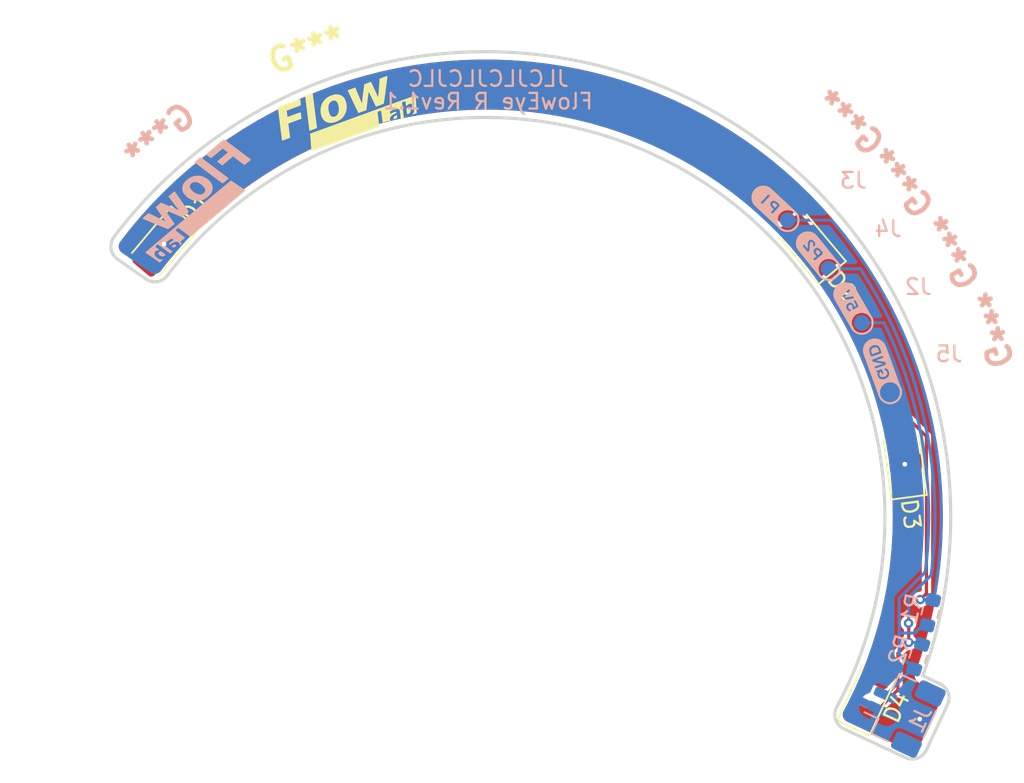
<source format=kicad_pcb>
(kicad_pcb (version 20221018) (generator pcbnew)
  (layers (0 "F.Cu" signal) (31 "B.Cu" signal) (34 "B.Paste" user) (35 "F.Paste" user) (36 "B.SilkS" user "B.Silkscreen") (37 "F.SilkS" user "F.Silkscreen") (38 "B.Mask" user) (39 "F.Mask" user) (44 "Edge.Cuts" user))
  (net 0 "")
  (net 1 "Net-(D1-K)")
  (net 2 "Net-(D1-A)")
  (net 3 "GND")
  (net 4 "Net-(D3-K)")
  (net 5 "Net-(D3-A)")
  (net 6 "+5V")
  (footprint "LED_SMD:LED_1206_3216Metric" (layer "F.Cu") (at 156.67 85.66 130)
    (fp_text reference "D2" (at -3.350463 -0.083071 130) (layer "F.SilkS"))
    (fp_text value "LED")
    (pad "1" smd roundrect (at -1.4 0 130) (size 1.25 1.75) (layers "F.Cu" "F.Paste" "F.Mask") (roundrect_rratio 0.2) (net 2 "Net-(D1-A)"))
    (pad "2" smd roundrect (at 1.4 0 130) (size 1.25 1.75) (layers "F.Cu" "F.Paste" "F.Mask") (roundrect_rratio 0.2) (net 1 "Net-(D1-K)"))
  )
  (footprint "LED_SMD:LED_1206_3216Metric" (layer "F.Cu") (at 162.75 99.48 97.5)
    (fp_text reference "D3" (at -3.373551 -0.040685 97.5) (layer "F.SilkS"))
    (fp_text value "LED")
    (pad "1" smd roundrect (at -1.4 0 97.5) (size 1.25 1.75) (layers "F.Cu" "F.Paste" "F.Mask") (roundrect_rratio 0.2) (net 4 "Net-(D3-K)"))
    (pad "2" smd roundrect (at 1.4 0 97.5) (size 1.25 1.75) (layers "F.Cu" "F.Paste" "F.Mask") (roundrect_rratio 0.2) (net 3 "GND"))
  )
  (footprint "LED_SMD:LED_1206_3216Metric" (layer "F.Cu") (at 160.45 114.41 65)
    (fp_text reference "D4" (at 0.067693 1.943481 245) (layer "F.SilkS"))
    (fp_text value "LED")
    (pad "1" smd roundrect (at -1.4 0 65) (size 1.25 1.75) (layers "F.Cu" "F.Paste" "F.Mask") (roundrect_rratio 0.2) (net 5 "Net-(D3-A)"))
    (pad "2" smd roundrect (at 1.4 0 65) (size 1.25 1.75) (layers "F.Cu" "F.Paste" "F.Mask") (roundrect_rratio 0.2) (net 4 "Net-(D3-K)"))
  )
  (footprint "lib:flow_lab_logo" (layer "F.Cu") (at 127.109356 77.096815 20)
    (fp_text reference "G***" (at -1.040608 -4.536296 20) (layer "F.SilkS") (effects (font (size 1.524 1.524) (thickness 0.3))))
    (fp_text value "LOGO" hide)
  )
  (footprint "LED_SMD:LED_1206_3216Metric" (layer "F.Cu") (at 115.324852 85.655764 -130)
    (fp_text reference "D1" (at -3.24108 -0.119865 50) (layer "F.SilkS"))
    (fp_text value "LED")
    (pad "1" smd roundrect (at -1.4 0 230) (size 1.25 1.75) (layers "F.Cu" "F.Paste" "F.Mask") (roundrect_rratio 0.2) (net 1 "Net-(D1-K)"))
    (pad "2" smd roundrect (at 1.4 0 230) (size 1.25 1.75) (layers "F.Cu" "F.Paste" "F.Mask") (roundrect_rratio 0.2) (net 3 "GND"))
  )
  (footprint "Silk:P2" (layer "B.Cu") (at 157.24 86.35 129)
    (fp_text reference "G***" (at 0.29 7 129) (layer "B.SilkS") (effects (font (size 1.5 1.5) (thickness 0.3)) (justify mirror)))
    (fp_text value "LOGO" hide)
  )
  (footprint "Resistor_SMD:R_0603_1608Metric" (layer "B.Cu") (at 164.39 109.12 77)
    (fp_text reference "R1" (at -0.014008 -1.20872 77) (layer "B.SilkS") (effects (justify mirror)))
    (fp_text value "680R")
    (pad "1" smd roundrect (at -0.825 0 77) (size 0.8 0.95) (layers "B.Cu" "B.Paste" "B.Mask") (net 6 "+5V"))
    (pad "2" smd roundrect (at 0.825 0 77) (size 0.8 0.95) (layers "B.Cu" "B.Paste" "B.Mask") (net 2 "Net-(D1-A)"))
  )
  (footprint "Silk:P1" (layer "B.Cu") (at 154.51 83.33 137)
    (fp_text reference "G***" (at 0.3 7.21 137) (layer "B.SilkS") (effects (font (size 1.5 1.5) (thickness 0.3)) (justify mirror)))
    (fp_text value "LOGO" hide)
  )
  (footprint "TestPoint:TestPoint_Pad_D1.0mm" (layer "B.Cu") (at 155.29 84.06 180)
    (fp_text reference "J3" (at -4.2 2.54) (layer "B.SilkS") (effects (justify mirror)))
    (fp_text value "Pad2")
    (pad "1" smd circle (at 0 0 180) (size 1 1) (layers "B.Cu" "B.Mask") (net 2 "Net-(D1-A)"))
  )
  (footprint "Silk:5V" (layer "B.Cu") (at 159.49 89.7 120)
    (fp_text reference "G***" (at -0.03 7.08 120) (layer "B.SilkS") (effects (font (size 1.5 1.5) (thickness 0.3)) (justify mirror)))
    (fp_text value "LOGO" hide)
  )
  (footprint "Resistor_SMD:R_0603_1608Metric" (layer "B.Cu") (at 163.62 111.93 72)
    (fp_text reference "R2" (at 0.05385 -1.233734 72) (layer "B.SilkS") (effects (justify mirror)))
    (fp_text value "680R")
    (pad "1" smd roundrect (at -0.825 0 72) (size 0.8 0.95) (layers "B.Cu" "B.Paste" "B.Mask") (net 6 "+5V"))
    (pad "2" smd roundrect (at 0.825 0 72) (size 0.8 0.95) (layers "B.Cu" "B.Paste" "B.Mask") (net 5 "Net-(D3-A)"))
  )
  (footprint "TestPoint:TestPoint_Pad_D1.0mm" (layer "B.Cu") (at 157.9 87.16 180)
    (fp_text reference "J4" (at -3.8 2.55) (layer "B.SilkS") (effects (justify mirror)))
    (fp_text value "Pad3")
    (pad "1" smd circle (at 0 0 180) (size 1 1) (layers "B.Cu" "B.Mask") (net 5 "Net-(D3-A)"))
  )
  (footprint "TestPoint:TestPoint_Pad_D1.0mm" (layer "B.Cu") (at 160.02 90.61 180)
    (fp_text reference "J2" (at -3.61 2.3) (layer "B.SilkS") (effects (justify mirror)))
    (fp_text value "Pad1")
    (pad "1" smd circle (at 0 0 180) (size 1 1) (layers "B.Cu" "B.Mask") (net 6 "+5V"))
  )
  (footprint "lib:flow_lab_logo" (layer "B.Cu") (at 117.344377 82.798831 -140)
    (fp_text reference "G***" (at -1.040608 4.536296 40) (layer "B.SilkS") (effects (font (size 1.524 1.524) (thickness 0.3)) (justify mirror)))
    (fp_text value "LOGO" hide)
  )
  (footprint "Silk:GND" (layer "B.Cu") (at 161.34 93.71 110)
    (fp_text reference "G***" (at 0.11 7.25 110) (layer "B.SilkS") (effects (font (size 1.5 1.5) (thickness 0.3)) (justify mirror)))
    (fp_text value "LOGO" hide)
  )
  (footprint "Connector_JST:JST_SH_BM02B-SRSS-TB_1x02-1MP_P1.00mm_Vertical" (layer "B.Cu") (at 162.543144 115.401504 65)
    (fp_text reference "J1" (at 0.03167 1.294783 65) (layer "B.SilkS") (effects (justify mirror)))
    (fp_text value "Conn_01x02")
    (pad "1" smd roundrect (at -0.5 -1.325 65) (size 0.6 1.55) (layers "B.Cu" "B.Paste" "B.Mask") (net 3 "GND"))
    (pad "2" smd roundrect (at 0.5 -1.325 65) (size 0.6 1.55) (layers "B.Cu" "B.Paste" "B.Mask") (net 6 "+5V"))
    (pad "MP" smd roundrect (at -1.8 1.2 65) (size 1.2 1.8) (layers "B.Cu" "B.Paste" "B.Mask") (roundrect_rratio 0.2083333333))
    (pad "MP" smd roundrect (at 1.8 1.2 65) (size 1.2 1.8) (layers "B.Cu" "B.Paste" "B.Mask") (roundrect_rratio 0.2083333333))
  )
  (footprint "TestPoint:TestPoint_Pad_D1.0mm" (layer "B.Cu") (at 161.82 95.04 180)
    (fp_text reference "J5" (at -3.78 2.44) (layer "B.SilkS") (effects (justify mirror)))
    (fp_text value "Pad3")
    (pad "1" smd circle (at 0 0 180) (size 1 1) (layers "B.Cu" "B.Mask") (net 3 "GND"))
  )
  (gr_arc (start 164.144398 117.889353) (mid 163.580111 118.406428) (end 162.815472 118.373043) (stroke (width 0.2)) (layer "Edge.Cuts"))
  (gr_line (start 112.504612 86.548352) (end 114.307932 87.81105) (stroke (width 0.2)) (layer "Edge.Cuts"))
  (gr_arc (start 115.678433 87.595978) (mid 149.818065 81.568457) (end 158.418013 115.152477) (stroke (width 0.2)) (layer "Edge.Cuts"))
  (gr_arc (start 158.874533 116.535352) (mid 158.347557 115.942528) (end 158.418013 115.152477) (stroke (width 0.2)) (layer "Edge.Cuts"))
  (gr_arc (start 112.504612 86.548352) (mid 112.090509 85.885662) (end 112.279519 85.12743) (stroke (width 0.2)) (layer "Edge.Cuts"))
  (gr_arc (start 165.013087 113.660242) (mid 165.530162 114.224529) (end 165.496777 114.989168) (stroke (width 0.2)) (layer "Edge.Cuts"))
  (gr_arc (start 115.678433 87.595978) (mid 115.03654 87.979815) (end 114.307932 87.81105) (stroke (width 0.2)) (layer "Edge.Cuts"))
  (gr_line (start 158.874533 116.535352) (end 162.815472 118.373043) (stroke (width 0.2)) (layer "Edge.Cuts"))
  (gr_line (start 164.144398 117.889353) (end 165.496777 114.989168) (stroke (width 0.2)) (layer "Edge.Cuts"))
  (gr_arc (start 112.279519 85.12743) (mid 150.165818 76.895986) (end 163.912808 113.147174) (stroke (width 0.2)) (layer "Edge.Cuts"))
  (gr_line (start 165.013087 113.660242) (end 163.912808 113.147174) (stroke (width 0.2)) (layer "Edge.Cuts"))
  (gr_text "FlowEye R Rev1.1" (at 136.16 77.06) (layer "B.SilkS") (effects (font (size 1 1)) (justify bottom mirror)))
  (gr_text "JLCJLCJLCJLC" (at 136.17 75.61) (layer "B.SilkS") (effects (font (size 1 1)) (justify bottom mirror)))
  (segment (start 116.224755 84.583302) (end 117.506698 84.583302) (width 0.2) (layer "F.Cu") (net 1))
  (segment (start 136.067528 76.895109) (end 136.196395 76.895109) (width 0.2) (layer "F.Cu") (net 1))
  (segment (start 154.767538 84.587538) (end 155.770097 84.587538) (width 0.2) (layer "F.Cu") (net 1))
  (arc (start 136.196395 76.895109) (mid 146.247017 78.894302) (end 154.767538 84.587538) (width 0.2) (layer "F.Cu") (net 1))
  (arc (start 136.067528 76.895109) (mid 126.02252 78.893185) (end 117.506698 84.583302) (width 0.2) (layer "F.Cu") (net 1))
  (segment (start 157.34 87.967813) (end 157.555141 88.26954) (width 0.2) (layer "F.Cu") (net 2))
  (segment (start 163.056923 96.775899) (end 164.152413 97.871389) (width 0.2) (layer "F.Cu") (net 2))
  (segment (start 158.659836 90.033027) (end 159.158597 90.946371) (width 0.2) (layer "F.Cu") (net 2))
  (segment (start 157.555141 88.26954) (end 158.125062 89.140267) (width 0.2) (layer "F.Cu") (net 2))
  (segment (start 164.152413 97.871389) (end 164.152413 107.887587) (width 0.2) (layer "F.Cu") (net 2))
  (segment (start 160.778667 94.776362) (end 161.086703 95.770348) (width 0.2) (layer "F.Cu") (net 2))
  (segment (start 161.086703 95.770348) (end 161.354903 96.775899) (width 0.2) (layer "F.Cu") (net 2))
  (segment (start 157.34 86.962365) (end 157.34 87.967813) (width 0.2) (layer "F.Cu") (net 2))
  (segment (start 161.354903 96.775899) (end 163.056923 96.775899) (width 0.2) (layer "F.Cu") (net 2))
  (segment (start 160.43124 93.795379) (end 160.778667 94.776362) (width 0.2) (layer "F.Cu") (net 2))
  (segment (start 164.152413 107.887587) (end 163.76 108.28) (width 0.2) (layer "F.Cu") (net 2))
  (segment (start 159.620567 91.878878) (end 160.045005 92.829047) (width 0.2) (layer "F.Cu") (net 2))
  (segment (start 160.045005 92.829047) (end 160.43124 93.795379) (width 0.2) (layer "F.Cu") (net 2))
  (segment (start 158.125062 89.140267) (end 158.659836 90.033027) (width 0.2) (layer "F.Cu") (net 2))
  (segment (start 157.569903 86.732462) (end 157.34 86.962365) (width 0.2) (layer "F.Cu") (net 2))
  (segment (start 159.158597 90.946371) (end 159.620567 91.878878) (width 0.2) (layer "F.Cu") (net 2))
  (via (at 163.76 108.28) (size 0.6) (drill 0.3) (layers "F.Cu" "B.Cu") (net 2))
  (segment (start 163.76 108.28) (end 164.53944 108.28) (width 0.2) (layer "B.Cu") (net 2))
  (segment (start 163.886344 94.692828) (end 164.170689 95.715115) (width 0.2) (layer "B.Cu") (net 2))
  (segment (start 158.428662 84.463215) (end 159.089614 85.293305) (width 0.2) (layer "B.Cu") (net 2))
  (segment (start 163.206834 92.682758) (end 163.564918 93.6816) (width 0.2) (layer "B.Cu") (net 2))
  (segment (start 162.382653 90.727556) (end 162.812575 91.697651) (width 0.2) (layer "B.Cu") (net 2))
  (segment (start 165.075596 104.125614) (end 165.015221 105.184999) (width 0.2) (layer "B.Cu") (net 2))
  (segment (start 165.015221 105.184999) (end 164.916264 106.241453) (width 0.2) (layer "B.Cu") (net 2))
  (segment (start 161.917661 89.77381) (end 162.382653 90.727556) (width 0.2) (layer "B.Cu") (net 2))
  (segment (start 164.53944 108.28) (end 164.575585 108.316145) (width 0.2) (layer "B.Cu") (net 2))
  (segment (start 165.097304 103.064762) (end 165.075596 104.125614) (width 0.2) (layer "B.Cu") (net 2))
  (segment (start 161.418172 88.837592) (end 161.917661 89.77381) (width 0.2) (layer "B.Cu") (net 2))
  (segment (start 159.719849 86.146928) (end 160.318553 87.022976) (width 0.2) (layer "B.Cu") (net 2))
  (segment (start 160.884923 87.920281) (end 161.418172 88.837592) (width 0.2) (layer "B.Cu") (net 2))
  (segment (start 164.930407 99.887309) (end 165.02466 100.944188) (width 0.2) (layer "B.Cu") (net 2))
  (segment (start 160.318553 87.022976) (end 160.884923 87.920281) (width 0.2) (layer "B.Cu") (net 2))
  (segment (start 159.089614 85.293305) (end 159.719849 86.146928) (width 0.2) (layer "B.Cu") (net 2))
  (segment (start 165.02466 100.944188) (end 165.080319 102.003826) (width 0.2) (layer "B.Cu") (net 2))
  (segment (start 164.778853 107.293587) (end 164.613556 108.278174) (width 0.2) (layer "B.Cu") (net 2))
  (segment (start 164.797681 98.834565) (end 164.930407 99.887309) (width 0.2) (layer "B.Cu") (net 2))
  (segment (start 164.626658 97.787353) (end 164.797681 98.834565) (width 0.2) (layer "B.Cu") (net 2))
  (segment (start 158.082848 84.06) (end 158.428662 84.463215) (width 0.2) (layer "B.Cu") (net 2))
  (segment (start 162.812575 91.697651) (end 163.206834 92.682758) (width 0.2) (layer "B.Cu") (net 2))
  (segment (start 164.170689 95.715115) (end 164.417564 96.747052) (width 0.2) (layer "B.Cu") (net 2))
  (segment (start 164.916264 106.241453) (end 164.778853 107.293587) (width 0.2) (layer "B.Cu") (net 2))
  (segment (start 164.417564 96.747052) (end 164.626658 97.787353) (width 0.2) (layer "B.Cu") (net 2))
  (segment (start 164.613556 108.278174) (end 164.575585 108.316145) (width 0.2) (layer "B.Cu") (net 2))
  (segment (start 165.080319 102.003826) (end 165.097304 103.064762) (width 0.2) (layer "B.Cu") (net 2))
  (segment (start 163.564918 93.6816) (end 163.886344 94.692828) (width 0.2) (layer "B.Cu") (net 2))
  (segment (start 155.24 84.06) (end 158.082848 84.06) (width 0.2) (layer "B.Cu") (net 2))
  (via (at 162.77 99.64) (size 0.6) (drill 0.3) (layers "F.Cu" "B.Cu") (net 3))
  (via (at 115.47 85.58) (size 0.6) (drill 0.3) (layers "F.Cu" "B.Cu") (net 3))
  (via (at 163.72 115.91) (size 0.6) (drill 0.3) (layers "F.Cu" "B.Cu") (net 3))
  (segment (start 160.58 112.679503) (end 160.58 111.785658) (width 0.2) (layer "F.Cu") (net 4))
  (segment (start 160.803902 111.147208) (end 161.108886 110.152232) (width 0.2) (layer "F.Cu") (net 4))
  (segment (start 161.782841 107.105567) (end 161.925975 106.074795) (width 0.2) (layer "F.Cu") (net 4))
  (segment (start 162.085297 101.919346) (end 162.078085 101.801915) (width 0.2) (layer "F.Cu") (net 4))
  (segment (start 160.58 111.785658) (end 160.803902 111.147208) (width 0.2) (layer "F.Cu") (net 4))
  (segment (start 162.027919 105.039122) (end 162.088505 104.000233) (width 0.2) (layer "F.Cu") (net 4))
  (segment (start 161.598745 108.129799) (end 161.782841 107.105567) (width 0.2) (layer "F.Cu") (net 4))
  (segment (start 161.373965 109.145928) (end 161.598745 108.129799) (width 0.2) (layer "F.Cu") (net 4))
  (segment (start 162.078085 101.801915) (end 162.078085 101.722675) (width 0.2) (layer "F.Cu") (net 4))
  (segment (start 161.925975 106.074795) (end 162.027919 105.039122) (width 0.2) (layer "F.Cu") (net 4))
  (segment (start 161.108886 110.152232) (end 161.373965 109.145928) (width 0.2) (layer "F.Cu") (net 4))
  (segment (start 162.078085 101.722675) (end 162.932737 100.868023) (width 0.2) (layer "F.Cu") (net 4))
  (segment (start 161.041666 113.141169) (end 160.58 112.679503) (width 0.2) (layer "F.Cu") (net 4))
  (segment (start 162.088505 104.000233) (end 162.107642 102.959745) (width 0.2) (layer "F.Cu") (net 4))
  (segment (start 162.107642 102.959745) (end 162.085297 101.919346) (width 0.2) (layer "F.Cu") (net 4))
  (segment (start 159.858334 115.678831) (end 160.691169 115.678831) (width 0.2) (layer "F.Cu") (net 5))
  (segment (start 162.33 111.71) (end 163.02 111.02) (width 0.2) (layer "F.Cu") (net 5))
  (segment (start 162.33 114.04) (end 162.33 111.71) (width 0.2) (layer "F.Cu") (net 5))
  (segment (start 160.691169 115.678831) (end 162.33 114.04) (width 0.2) (layer "F.Cu") (net 5))
  (segment (start 163.02 109.8) (end 163.02 111.02) (width 0.2) (layer "F.Cu") (net 5))
  (segment (start 163.01 109.79) (end 163.02 109.8) (width 0.2) (layer "F.Cu") (net 5))
  (via (at 163.01 109.79) (size 0.6) (drill 0.3) (layers "F.Cu" "B.Cu") (net 5))
  (via (at 163.02 111.02) (size 0.6) (drill 0.3) (layers "F.Cu" "B.Cu") (net 5))
  (segment (start 163.01 109.79) (end 163.01 108.16) (width 0.2) (layer "B.Cu") (net 5))
  (segment (start 164.616285 105.154941) (end 164.675829 104.110131) (width 0.2) (layer "B.Cu") (net 5))
  (segment (start 161.068709 89.032345) (end 160.542769 88.127606) (width 0.2) (layer "B.Cu") (net 5))
  (segment (start 162.832767 92.824629) (end 162.443923 91.853052) (width 0.2) (layer "B.Cu") (net 5))
  (segment (start 163.02 111.02) (end 163.749561 111.02) (width 0.2) (layer "B.Cu") (net 5))
  (segment (start 163.185923 93.809726) (end 162.832767 92.824629) (width 0.2) (layer "B.Cu") (net 5))
  (segment (start 164.450423 106.719577) (end 164.518686 106.196895) (width 0.2) (layer "B.Cu") (net 5))
  (segment (start 164.625594 100.972473) (end 164.532636 99.930098) (width 0.2) (layer "B.Cu") (net 5))
  (segment (start 163.01 108.16) (end 164.450423 106.719577) (width 0.2) (layer "B.Cu") (net 5))
  (segment (start 159.984188 87.242642) (end 159.927709 87.16) (width 0.2) (layer "B.Cu") (net 5))
  (segment (start 164.697239 103.063896) (end 164.680487 102.01751) (width 0.2) (layer "B.Cu") (net 5))
  (segment (start 163.749561 111.02) (end 163.874939 111.145378) (width 0.2) (layer "B.Cu") (net 5))
  (segment (start 164.518686 106.196895) (end 164.616285 105.154941) (width 0.2) (layer "B.Cu") (net 5))
  (segment (start 164.532636 99.930098) (end 164.401735 98.891834) (width 0.2) (layer "B.Cu") (net 5))
  (segment (start 164.675829 104.110131) (end 164.697239 103.063896) (width 0.2) (layer "B.Cu") (net 5))
  (segment (start 162.019902 90.896271) (end 161.561318 89.955669) (width 0.2) (layer "B.Cu") (net 5))
  (segment (start 162.443923 91.853052) (end 162.019902 90.896271) (width 0.2) (layer "B.Cu") (net 5))
  (segment (start 164.233062 97.859011) (end 164.026841 96.833011) (width 0.2) (layer "B.Cu") (net 5))
  (segment (start 160.542769 88.127606) (end 159.984188 87.242642) (width 0.2) (layer "B.Cu") (net 5))
  (segment (start 163.502923 94.807028) (end 163.185923 93.809726) (width 0.2) (layer "B.Cu") (net 5))
  (segment (start 163.783367 95.815291) (end 163.502923 94.807028) (width 0.2) (layer "B.Cu") (net 5))
  (segment (start 161.561318 89.955669) (end 161.068709 89.032345) (width 0.2) (layer "B.Cu") (net 5))
  (segment (start 164.026841 96.833011) (end 163.783367 95.815291) (width 0.2) (layer "B.Cu") (net 5))
  (segment (start 164.680487 102.01751) (end 164.625594 100.972473) (width 0.2) (layer "B.Cu") (net 5))
  (segment (start 164.401735 98.891834) (end 164.233062 97.859011) (width 0.2) (layer "B.Cu") (net 5))
  (segment (start 159.927709 87.16) (end 157.9 87.16) (width 0.2) (layer "B.Cu") (net 5))
  (segment (start 160.24 90.62) (end 160.25 90.61) (width 0.2) (layer "B.Cu") (net 6))
  (segment (start 162.41 111.759561) (end 163.365061 112.714622) (width 0.2) (layer "B.Cu") (net 6))
  (segment (start 164.005789 98.949103) (end 164.134864 99.972887) (width 0.2) (layer "B.Cu") (net 6))
  (segment (start 164.12111 106.152318) (end 164.071405 106.532909) (width 0.2) (layer "B.Cu") (net 6))
  (segment (start 163.41363 110.42) (end 163.909775 109.923855) (width 0.2) (layer "B.Cu") (net 6))
  (segment (start 163.839467 97.930678) (end 164.005789 98.949103) (width 0.2) (layer "B.Cu") (net 6))
  (segment (start 163.636118 96.918969) (end 163.839467 97.930678) (width 0.2) (layer "B.Cu") (net 6))
  (segment (start 161.553595 114.388381) (end 163.227354 112.714622) (width 0.2) (layer "B.Cu") (net 6))
  (segment (start 162.41 108.194314) (end 162.41 111.759561) (width 0.2) (layer "B.Cu") (net 6))
  (segment (start 163.909775 109.923855) (end 164.204415 109.923855) (width 0.2) (layer "B.Cu") (net 6))
  (segment (start 164.297173 103.063025) (end 164.276062 104.094658) (width 0.2) (layer "B.Cu") (net 6))
  (segment (start 162.42 110.42) (end 163.41363 110.42) (width 0.2) (layer "B.Cu") (net 6))
  (segment (start 162.07527 92.008452) (end 162.4587 92.966501) (width 0.2) (layer "B.Cu") (net 6))
  (segment (start 164.071405 106.532909) (end 162.41 108.194314) (width 0.2) (layer "B.Cu") (net 6))
  (segment (start 160.25 90.61) (end 161.435326 90.61) (width 0.2) (layer "B.Cu") (net 6))
  (segment (start 163.396045 95.915465) (end 163.636118 96.918969) (width 0.2) (layer "B.Cu") (net 6))
  (segment (start 164.280655 102.031194) (end 164.297173 103.063025) (width 0.2) (layer "B.Cu") (net 6))
  (segment (start 161.657149 91.064982) (end 162.07527 92.008452) (width 0.2) (layer "B.Cu") (net 6))
  (segment (start 161.435326 90.61) (end 161.657149 91.064982) (width 0.2) (layer "B.Cu") (net 6))
  (segment (start 163.119503 94.92123) (end 163.396045 95.915465) (width 0.2) (layer "B.Cu") (net 6))
  (segment (start 164.217349 105.124888) (end 164.12111 106.152318) (width 0.2) (layer "B.Cu") (net 6))
  (segment (start 164.276062 104.094658) (end 164.217349 105.124888) (width 0.2) (layer "B.Cu") (net 6))
  (segment (start 162.806928 93.937853) (end 163.119503 94.92123) (width 0.2) (layer "B.Cu") (net 6))
  (segment (start 163.227354 112.714622) (end 163.365061 112.714622) (width 0.2) (layer "B.Cu") (net 6))
  (segment (start 164.226529 101.000759) (end 164.280655 102.031194) (width 0.2) (layer "B.Cu") (net 6))
  (segment (start 164.134864 99.972887) (end 164.226529 101.000759) (width 0.2) (layer "B.Cu") (net 6))
  (segment (start 162.4587 92.966501) (end 162.806928 93.937853) (width 0.2) (layer "B.Cu") (net 6))
  (zone (net 3) (net_name "GND") (layers "F&B.Cu") (connect_pads (clearance 0.2)) (min_thickness 0.25) (fill yes (thermal_gap 0.5) (thermal_bridge_width 0.5))
    (polygon (pts (xy 105 70) (xy 170 70) (xy 170 120) (xy 105 120)))
  )
)
</source>
